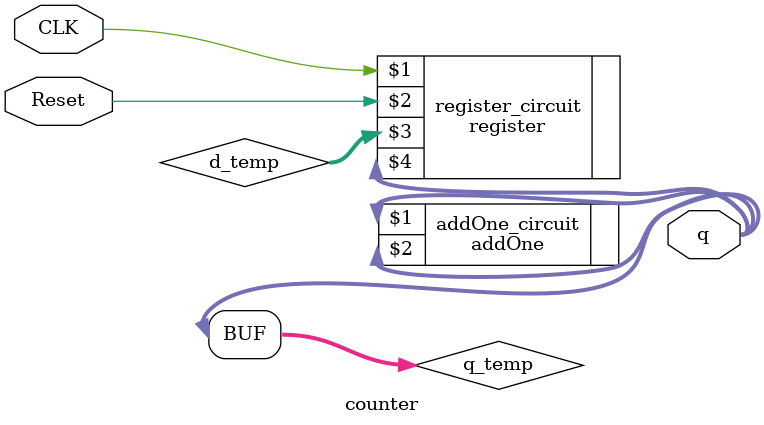
<source format=v>
module counter
(
    input wire CLK,
    input wire Reset,
    output wire [6:0] q
);

    wire [6:0] d_temp, q_temp;
    register register_circuit(CLK, Reset, d_temp, q_temp);
    addOne addOne_circuit(q_temp, q);
    assign q = q_temp;
endmodule
</source>
